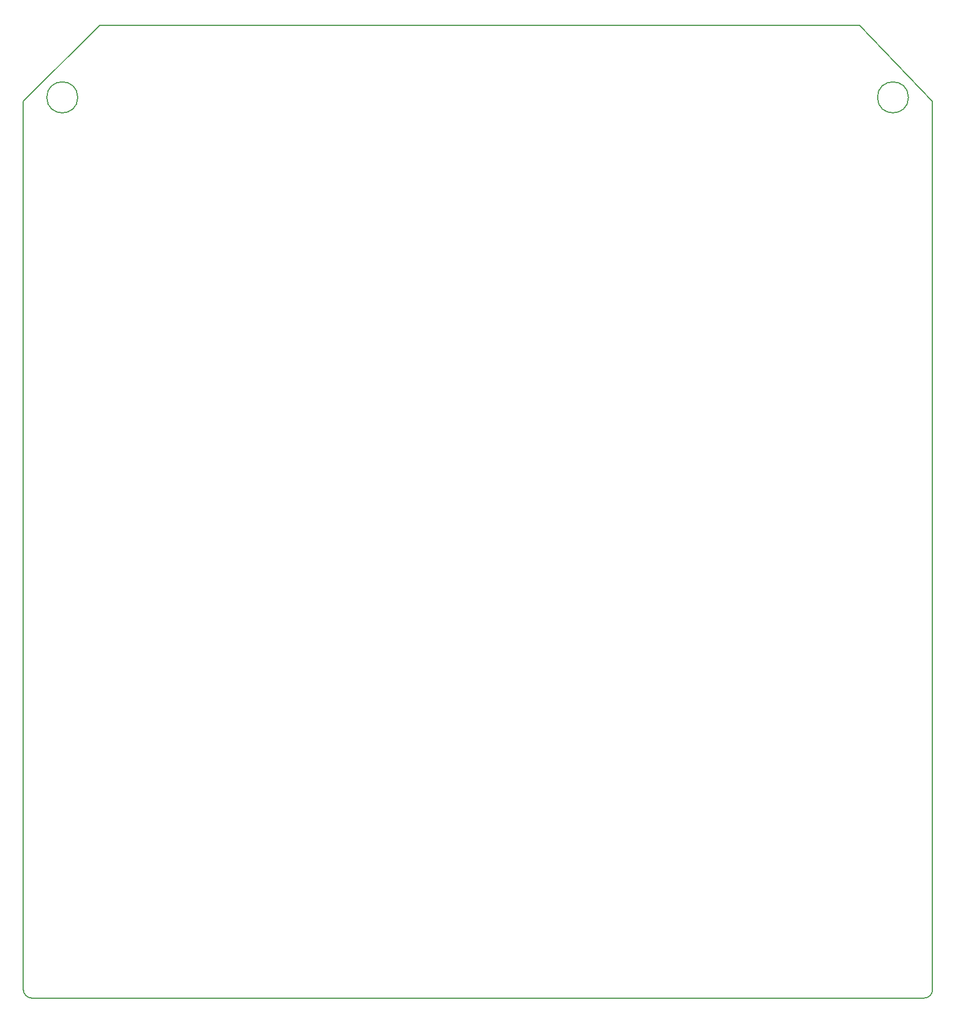
<source format=gtp>
G04 #@! TF.GenerationSoftware,KiCad,Pcbnew,(6.0.1)*
G04 #@! TF.CreationDate,2022-05-29T09:30:20+03:00*
G04 #@! TF.ProjectId,5.0mustangProteusPnP,352e306d-7573-4746-916e-6750726f7465,R0.1*
G04 #@! TF.SameCoordinates,Original*
G04 #@! TF.FileFunction,Paste,Top*
G04 #@! TF.FilePolarity,Positive*
%FSLAX46Y46*%
G04 Gerber Fmt 4.6, Leading zero omitted, Abs format (unit mm)*
G04 Created by KiCad (PCBNEW (6.0.1)) date 2022-05-29 09:30:20*
%MOMM*%
%LPD*%
G01*
G04 APERTURE LIST*
G04 #@! TA.AperFunction,Profile*
%ADD10C,0.200000*%
G04 #@! TD*
%ADD11O,0.000001X0.000001*%
G04 APERTURE END LIST*
D10*
X20000000Y21270000D02*
X20000000Y157844000D01*
X148521100Y169606000D02*
X31753100Y169606000D01*
X31753100Y169606000D02*
X20000000Y157844000D01*
X159700000Y21270000D02*
X159700000Y157844000D01*
X158430000Y20000000D02*
G75*
G03*
X159700000Y21270000I1J1269999D01*
G01*
X28350250Y158493500D02*
G75*
G03*
X28350250Y158493500I-2381250J0D01*
G01*
X148521100Y169606000D02*
X159700000Y157844000D01*
X20000000Y21270000D02*
G75*
G03*
X21270000Y20000000I1269999J-1D01*
G01*
X158430000Y20000000D02*
X21270000Y20000000D01*
X155992750Y158493500D02*
G75*
G03*
X155992750Y158493500I-2381250J0D01*
G01*
D11*
G04 #@! TO.C,M2*
X91532666Y41535499D03*
G04 #@! TD*
G04 #@! TO.C,M4*
X88675334Y42910500D03*
G04 #@! TD*
M02*

</source>
